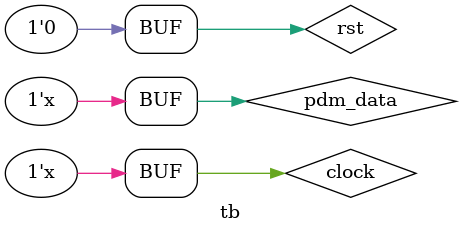
<source format=v>
`timescale 1ns/1ps
`include "input_pdm.v"
module tb();

reg clock;
reg pdm_data;
wire  pdm;
wire [31:0] pdm_receive;
reg [23:0] count;
reg rst;
// reg rst;

input_pdm foo(pdm_data,clock,rst,pdm);

initial begin
	clock = 1'b0;
	pdm_data = 1'b1;
    count = 0;
    rst=1;
    #1
    rst=0;
        // $monitor("%4dns  count = %d , pdm_array = %b \n\n" , $stime, count  , pdm);
     $dumpfile("tb");
     $dumpvars;
end

always @(posedge clock)begin
    count <= count + 1;
    // $display("counter = %d \n", count);
    // $display("%4dns  pdm = %b , pdm_data = %b \n\n", $stime, pdm, pdm_data);
    // if(count == 33)
    //     $finish;
end
// assign pdm =pdm_receive;
always #2 clock<=~clock;
always #4 pdm_data<=~pdm_data;

endmodule
</source>
